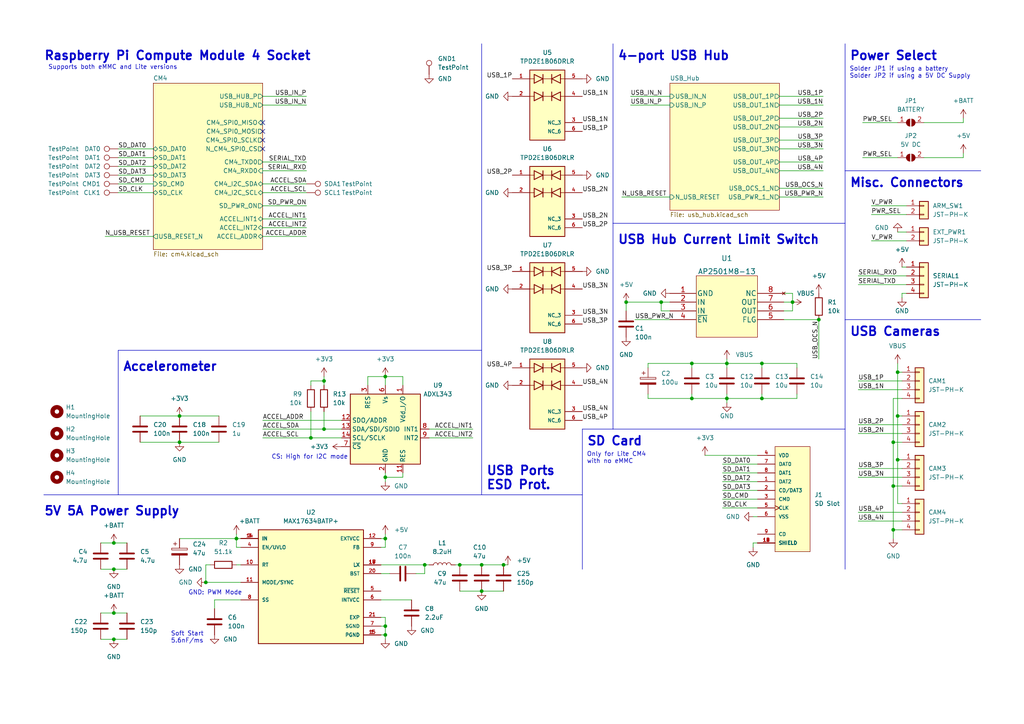
<source format=kicad_sch>
(kicad_sch (version 20211123) (generator eeschema)
  (paper "A4")
  (title_block (title "S.C.R.E.E.M") (date "2022-04-27") (rev "R01") (company "EPFL Rocket Team") (comment 1 "Battery: 7.4V Lithium Battery pack (Li-Po or Li-Ion)") (comment 2 "Cameras: Up to 4 USB cameras") (comment 3 "Compute: RPi Compute Module 4, with WiFi and eMMC") (comment 4 "Supersonic Camera Radio Emission Enhanced Module"))
  (lib_symbols
    (symbol "AP2501M8-13:AP2501M8-13" (pin_names (offset 0.254))
      (property "Reference" "U1" (at 16.51 10.16 0))
      (property "Value" "AP2501M8-13" (at 16.51 6.35 0))
      (symbol "AP2501M8-13_1_1"
        (pin power_in line (at 0 0 0) (length 7.62) (name "GND") (number "1"))
        (pin input line (at 0 -2.54 0) (length 7.62) (name "IN") (number "2"))
        (pin input line (at 0 -5.08 0) (length 7.62) (name "IN") (number "3"))
        (pin input line (at 0 -7.62 0) (length 7.62) (name "~{EN}") (number "4"))
        (pin output line (at 33.02 -7.62 180) (length 7.62) (name "FLG") (number "5"))
        (pin output line (at 33.02 -5.08 180) (length 7.62) (name "OUT") (number "6"))
        (pin output line (at 33.02 -2.54 180) (length 7.62) (name "OUT") (number "7"))
        (pin no_connect line (at 33.02 0 180) (length 7.62) (name "NC") (number "8"))
      )
    )
    (symbol "Connector:TestPoint" (pin_numbers hide) (pin_names (offset 0.762) hide)
      (property "Reference" "TP" (at 0 6.858 0))
      (property "Value" "TestPoint" (at 0 5.08 0))
      (symbol "TestPoint_1_1"
        (pin passive line (at 0 0 90) (length 2.54) (name "1") (number "1"))
      )
    )
    (symbol "Connector_Generic:Conn_01x02" (pin_names (offset 1.016) hide)
      (property "Reference" "J" (at 0 2.54 0))
      (property "Value" "Conn_01x02" (at 0 -5.08 0))
      (symbol "Conn_01x02_1_1"
        (pin passive line (at -5.08 0 0) (length 3.81) (name "Pin_1") (number "1"))
        (pin passive line (at -5.08 -2.54 0) (length 3.81) (name "Pin_2") (number "2"))
      )
    )
    (symbol "Connector_Generic:Conn_01x04" (pin_names (offset 1.016) hide)
      (property "Reference" "J" (at 0 5.08 0))
      (property "Value" "Conn_01x04" (at 0 -7.62 0))
      (symbol "Conn_01x04_1_1"
        (pin passive line (at -5.08 2.54 0) (length 3.81) (name "Pin_1") (number "1"))
        (pin passive line (at -5.08 0 0) (length 3.81) (name "Pin_2") (number "2"))
        (pin passive line (at -5.08 -2.54 0) (length 3.81) (name "Pin_3") (number "3"))
        (pin passive line (at -5.08 -5.08 0) (length 3.81) (name "Pin_4") (number "4"))
      )
    )
    (symbol "Device:C" (pin_numbers hide) (pin_names (offset 0.254))
      (property "Reference" "C" (at 0.635 2.54 0))
      (property "Value" "C" (at 0.635 -2.54 0))
      (symbol "C_1_1"
        (pin passive line (at 0 3.81 270) (length 2.794) (name "~") (number "1"))
        (pin passive line (at 0 -3.81 90) (length 2.794) (name "~") (number "2"))
      )
    )
    (symbol "Device:C_Polarized" (pin_numbers hide) (pin_names (offset 0.254))
      (property "Reference" "C" (at 0.635 2.54 0))
      (property "Value" "C_Polarized" (at 0.635 -2.54 0))
      (symbol "C_Polarized_1_1"
        (pin passive line (at 0 3.81 270) (length 2.794) (name "~") (number "1"))
        (pin passive line (at 0 -3.81 90) (length 2.794) (name "~") (number "2"))
      )
    )
    (symbol "Device:L" (pin_numbers hide) (pin_names (offset 1.016) hide)
      (property "Reference" "L" (at -1.27 0 90))
      (property "Value" "L" (at 1.905 0 90))
      (symbol "L_1_1"
        (pin passive line (at 0 3.81 270) (length 1.27) (name "1") (number "1"))
        (pin passive line (at 0 -3.81 90) (length 1.27) (name "2") (number "2"))
      )
    )
    (symbol "Device:R" (pin_numbers hide) (pin_names (offset 0))
      (property "Reference" "R" (at 2.032 0 90))
      (property "Value" "R" (at 0 0 90))
      (symbol "R_1_1"
        (pin passive line (at 0 3.81 270) (length 1.27) (name "~") (number "1"))
        (pin passive line (at 0 -3.81 90) (length 1.27) (name "~") (number "2"))
      )
    )
    (symbol "Jumper:SolderJumper_2_Open" (pin_names (offset 0) hide)
      (property "Reference" "JP" (at 0 2.032 0))
      (property "Value" "SolderJumper_2_Open" (at 0 -2.54 0))
      (symbol "SolderJumper_2_Open_1_1"
        (pin passive line (at -3.81 0 0) (length 2.54) (name "A") (number "1"))
        (pin passive line (at 3.81 0 180) (length 2.54) (name "B") (number "2"))
      )
    )
    (symbol "MAX17634BATP_:MAX17634BATP+" (pin_names (offset 1.016))
      (property "Reference" "U" (at -15.24 16.002 0))
      (property "Value" "MAX17634BATP+" (at -15.24 -20.32 0))
      (symbol "MAX17634BATP+_0_0"
        (pin power_in line (at 20.32 -15.24 180) (length 5.08) (name "PGND") (number "1"))
        (pin input line (at -20.32 5.08 0) (length 5.08) (name "RT") (number "10"))
        (pin input line (at -20.32 0 0) (length 5.08) (name "MODE/SYNC") (number "11"))
        (pin passive line (at 20.32 12.7 180) (length 5.08) (name "EXTVCC") (number "12"))
        (pin input line (at -20.32 12.7 0) (length 5.08) (name "IN") (number "14"))
        (pin power_in line (at 20.32 -15.24 180) (length 5.08) (name "PGND") (number "15"))
        (pin passive line (at 20.32 5.08 180) (length 5.08) (name "LX") (number "17"))
        (pin passive line (at 20.32 5.08 180) (length 5.08) (name "LX") (number "18"))
        (pin passive line (at 20.32 5.08 180) (length 5.08) (name "LX") (number "19"))
        (pin input line (at -20.32 12.7 0) (length 5.08) (name "IN") (number "2"))
        (pin passive line (at 20.32 2.54 180) (length 5.08) (name "BST") (number "20"))
        (pin power_in line (at 20.32 -10.16 180) (length 5.08) (name "EXP") (number "21"))
        (pin input line (at -20.32 12.7 0) (length 5.08) (name "IN") (number "3"))
        (pin input line (at -20.32 10.16 0) (length 5.08) (name "EN/UVLO") (number "4"))
        (pin output line (at 20.32 -2.54 180) (length 5.08) (name "~{RESET}") (number "5"))
        (pin output line (at 20.32 -5.08 180) (length 5.08) (name "INTVCC") (number "6"))
        (pin power_in line (at 20.32 -12.7 180) (length 5.08) (name "SGND") (number "7"))
        (pin input line (at -20.32 -5.08 0) (length 5.08) (name "SS") (number "8"))
        (pin input line (at 20.32 10.16 180) (length 5.08) (name "FB") (number "9"))
      )
    )
    (symbol "MEM2051-00-195-00-A_REVC:MEM2051-00-195-00-A_REVC" (pin_names (offset 1.016))
      (property "Reference" "J1" (at 16.51 1.2701 0))
      (property "Value" "SD Slot" (at 16.51 -1.2699 0))
      (symbol "MEM2051-00-195-00-A_REVC_0_0"
        (pin bidirectional line (at -5.08 5.08 0) (length 5.08) (name "DAT2") (number "1"))
        (pin passive line (at -5.08 -12.7 0) (length 5.08) (name "SHIELD") (number "10"))
        (pin passive line (at -5.08 -12.7 0) (length 5.08) (name "SHIELD") (number "11"))
        (pin passive line (at -5.08 -12.7 0) (length 5.08) (name "SHIELD") (number "12"))
        (pin passive line (at -5.08 -12.7 0) (length 5.08) (name "SHIELD") (number "13"))
        (pin bidirectional line (at -5.08 2.54 0) (length 5.08) (name "CD/DAT3") (number "2"))
        (pin bidirectional line (at -5.08 0 0) (length 5.08) (name "CMD") (number "3"))
        (pin power_in line (at -5.08 12.7 0) (length 5.08) (name "VDD") (number "4"))
        (pin bidirectional clock (at -5.08 -2.54 0) (length 5.08) (name "CLK") (number "5"))
        (pin power_in line (at -5.08 -5.08 0) (length 5.08) (name "VSS") (number "6"))
        (pin bidirectional line (at -5.08 10.16 0) (length 5.08) (name "DAT0") (number "7"))
        (pin bidirectional line (at -5.08 7.62 0) (length 5.08) (name "DAT1") (number "8"))
        (pin passive line (at -5.08 -10.16 0) (length 5.08) (name "CD") (number "9"))
      )
    )
    (symbol "Mechanical:MountingHole" (pin_names (offset 1.016))
      (property "Reference" "H" (at 0 5.08 0))
      (property "Value" "MountingHole" (at 0 3.175 0))
    )
    (symbol "Sensor_Motion:ADXL343"
      (property "Reference" "U" (at -8.89 11.43 0))
      (property "Value" "ADXL343" (at -7.62 -11.43 0))
      (symbol "ADXL343_1_1"
        (pin power_in line (at 5.08 12.7 270) (length 2.54) (name "Vdd_I/O") (number "1"))
        (pin no_connect line (at -5.08 -10.16 90) (length 2.54) hide (name "NC") (number "10"))
        (pin passive line (at 5.08 -12.7 90) (length 2.54) (name "RES") (number "11"))
        (pin bidirectional line (at -12.7 2.54 0) (length 2.54) (name "SDO/ADDR") (number "12"))
        (pin bidirectional line (at -12.7 0 0) (length 2.54) (name "SDA/SDI/SDIO") (number "13"))
        (pin input line (at -12.7 -2.54 0) (length 2.54) (name "SCL/SCLK") (number "14"))
        (pin power_in line (at 0 -12.7 90) (length 2.54) (name "GND") (number "2"))
        (pin passive line (at -5.08 12.7 270) (length 2.54) (name "RES") (number "3"))
        (pin passive line (at 0 -12.7 90) (length 2.54) hide (name "GND") (number "4"))
        (pin passive line (at 0 -12.7 90) (length 2.54) hide (name "GND") (number "5"))
        (pin power_in line (at 0 12.7 270) (length 2.54) (name "Vs") (number "6"))
        (pin input line (at -12.7 -5.08 0) (length 2.54) (name "~{CS}") (number "7"))
        (pin output line (at 12.7 0 180) (length 2.54) (name "INT1") (number "8"))
        (pin output line (at 12.7 -2.54 180) (length 2.54) (name "INT2") (number "9"))
      )
    )
    (symbol "TPD2E1B06DRLR:TPD2E1B06DRLR" (pin_names (offset 1.016))
      (property "Reference" "U" (at -5.08 11.43 0))
      (property "Value" "TPD2E1B06DRLR" (at -5.08 -12.7 0))
      (symbol "TPD2E1B06DRLR_0_0"
        (pin bidirectional line (at -10.16 7.62 0) (length 5.08) (name "~") (number "1"))
        (pin bidirectional line (at -10.16 2.54 0) (length 5.08) (name "~") (number "2"))
        (pin passive line (at 10.16 -5.08 180) (length 5.08) (name "NC_3") (number "3"))
        (pin bidirectional line (at 10.16 2.54 180) (length 5.08) (name "~") (number "4"))
        (pin bidirectional line (at 10.16 7.62 180) (length 5.08) (name "~") (number "5"))
        (pin passive line (at 10.16 -7.62 180) (length 5.08) (name "NC_6") (number "6"))
      )
    )
    (symbol "power:+3V3" (power) (pin_names (offset 0))
      (property "Value" "+3V3" (at 0 3.556 0))
      (symbol "+3V3_1_1"
        (pin power_in line (at 0 0 90) (length 0) hide (name "+3V3") (number "1"))
      )
    )
    (symbol "power:+5V" (power) (pin_names (offset 0))
      (property "Value" "+5V" (at 0 3.556 0))
      (symbol "+5V_1_1"
        (pin power_in line (at 0 0 90) (length 0) hide (name "+5V") (number "1"))
      )
    )
    (symbol "power:+BATT" (power) (pin_names (offset 0))
      (property "Value" "+BATT" (at 0 3.556 0))
      (symbol "+BATT_1_1"
        (pin power_in line (at 0 0 90) (length 0) hide (name "+BATT") (number "1"))
      )
    )
    (symbol "power:GND" (power) (pin_names (offset 0))
      (property "Value" "GND" (at 0 -3.81 0))
      (symbol "GND_1_1"
        (pin power_in line (at 0 0 270) (length 0) hide (name "GND") (number "1"))
      )
    )
    (symbol "power:VBUS" (power) (pin_names (offset 0))
      (property "Value" "VBUS" (at 0 3.81 0))
      (symbol "VBUS_1_1"
        (pin power_in line (at 0 0 90) (length 0) hide (name "VBUS") (number "1"))
      )
    )
  )
  (junction (at 260.35 120.65))
  (junction (at 68.58 156.21))
  (junction (at 259.08 153.67))
  (junction (at 146.05 163.83))
  (junction (at 111.76 138.43))
  (junction (at 33.02 177.8))
  (junction (at 52.07 120.65))
  (junction (at 191.77 87.63))
  (junction (at 93.98 110.49))
  (junction (at 260.35 107.95))
  (junction (at 181.61 87.63))
  (junction (at 237.49 92.71))
  (junction (at 200.66 115.57))
  (junction (at 59.69 168.91))
  (junction (at 111.76 181.61))
  (junction (at 200.66 105.41))
  (junction (at 210.82 115.57))
  (junction (at 259.08 128.27))
  (junction (at 133.35 163.83))
  (junction (at 220.98 105.41))
  (junction (at 229.87 87.63))
  (junction (at 220.98 115.57))
  (junction (at 93.98 124.46))
  (junction (at 33.02 185.42))
  (junction (at 33.02 165.1))
  (junction (at 111.76 156.21))
  (junction (at 260.35 133.35))
  (junction (at 111.76 109.22))
  (junction (at 259.08 140.97))
  (junction (at 90.17 127))
  (junction (at 52.07 128.27))
  (junction (at 210.82 105.41))
  (junction (at 139.7 171.45))
  (junction (at 111.76 184.15))
  (junction (at 33.02 157.48))
  (junction (at 123.19 163.83))
  (junction (at 139.7 163.83))
  (no_connect (at 76.2 43.18))
  (no_connect (at 76.2 35.56))
  (no_connect (at 76.2 38.1))
  (no_connect (at 76.2 40.64))
  (wire (pts (xy 200.66 114.3) (xy 200.66 115.57)))
  (wire (pts (xy 124.46 124.46) (xy 137.16 124.46)))
  (wire (pts (xy 76.2 66.04) (xy 88.9 66.04)))
  (wire (pts (xy 210.82 115.57) (xy 220.98 115.57)))
  (wire (pts (xy 181.61 90.17) (xy 181.61 87.63)))
  (wire (pts (xy 133.35 163.83) (xy 139.7 163.83)))
  (wire (pts (xy 229.87 87.63) (xy 229.87 90.17)))
  (wire (pts (xy 88.9 68.58) (xy 76.2 68.58)))
  (wire (pts (xy 76.2 59.69) (xy 88.9 59.69)))
  (wire (pts (xy 261.62 86.36) (xy 261.62 85.09)))
  (polyline (pts (xy 177.8 64.77) (xy 245.11 64.77)) (stroke (width 0) (type solid)))
  (wire (pts (xy 110.49 158.75) (xy 111.76 158.75)))
  (wire (pts (xy 226.06 40.64) (xy 238.76 40.64)))
  (wire (pts (xy 30.48 68.58) (xy 44.45 68.58)))
  (wire (pts (xy 260.35 105.41) (xy 260.35 107.95)))
  (wire (pts (xy 120.65 166.37) (xy 123.19 166.37)))
  (wire (pts (xy 231.14 105.41) (xy 231.14 106.68)))
  (wire (pts (xy 133.35 171.45) (xy 139.7 171.45)))
  (wire (pts (xy 124.46 127) (xy 137.16 127)))
  (wire (pts (xy 52.07 128.27) (xy 63.5 128.27)))
  (wire (pts (xy 226.06 34.29) (xy 238.76 34.29)))
  (wire (pts (xy 110.49 173.99) (xy 119.38 173.99)))
  (wire (pts (xy 252.73 69.85) (xy 262.89 69.85)))
  (wire (pts (xy 210.82 104.14) (xy 210.82 105.41)))
  (wire (pts (xy 259.08 128.27) (xy 261.62 128.27)))
  (wire (pts (xy 248.92 125.73) (xy 261.62 125.73)))
  (wire (pts (xy 111.76 138.43) (xy 111.76 139.7)))
  (wire (pts (xy 180.34 57.15) (xy 194.31 57.15)))
  (wire (pts (xy 191.77 90.17) (xy 194.31 90.17)))
  (wire (pts (xy 33.02 157.48) (xy 36.83 157.48)))
  (wire (pts (xy 248.92 80.01) (xy 262.89 80.01)))
  (wire (pts (xy 29.21 157.48) (xy 33.02 157.48)))
  (wire (pts (xy 132.08 163.83) (xy 133.35 163.83)))
  (wire (pts (xy 260.35 107.95) (xy 260.35 120.65)))
  (wire (pts (xy 62.23 173.99) (xy 69.85 173.99)))
  (wire (pts (xy 106.68 109.22) (xy 111.76 109.22)))
  (wire (pts (xy 209.55 139.7) (xy 219.71 139.7)))
  (wire (pts (xy 110.49 163.83) (xy 123.19 163.83)))
  (wire (pts (xy 259.08 156.21) (xy 259.08 153.67)))
  (polyline (pts (xy 177.8 124.46) (xy 177.8 64.77)) (stroke (width 0) (type solid)))
  (wire (pts (xy 88.9 46.99) (xy 76.2 46.99)))
  (wire (pts (xy 250.19 35.56) (xy 260.35 35.56)))
  (wire (pts (xy 220.98 105.41) (xy 231.14 105.41)))
  (polyline (pts (xy 177.8 64.77) (xy 177.8 12.7)) (stroke (width 0) (type solid)))
  (wire (pts (xy 227.33 87.63) (xy 229.87 87.63)))
  (wire (pts (xy 229.87 85.09) (xy 229.87 87.63)))
  (wire (pts (xy 267.97 35.56) (xy 279.4 35.56)))
  (wire (pts (xy 123.19 163.83) (xy 124.46 163.83)))
  (wire (pts (xy 227.33 85.09) (xy 229.87 85.09)))
  (wire (pts (xy 226.06 49.53) (xy 238.76 49.53)))
  (polyline (pts (xy 12.7 143.51) (xy 168.91 143.51)) (stroke (width 0) (type solid)))
  (wire (pts (xy 139.7 171.45) (xy 146.05 171.45)))
  (wire (pts (xy 267.97 45.72) (xy 279.4 45.72)))
  (wire (pts (xy 93.98 110.49) (xy 93.98 111.76)))
  (wire (pts (xy 226.06 54.61) (xy 238.76 54.61)))
  (polyline (pts (xy 168.91 124.46) (xy 168.91 143.51)) (stroke (width 0) (type solid)))
  (wire (pts (xy 248.92 82.55) (xy 262.89 82.55)))
  (wire (pts (xy 210.82 105.41) (xy 220.98 105.41)))
  (wire (pts (xy 90.17 127) (xy 99.06 127)))
  (wire (pts (xy 29.21 165.1) (xy 33.02 165.1)))
  (wire (pts (xy 93.98 119.38) (xy 93.98 124.46)))
  (wire (pts (xy 259.08 115.57) (xy 259.08 128.27)))
  (wire (pts (xy 33.02 177.8) (xy 36.83 177.8)))
  (wire (pts (xy 261.62 115.57) (xy 259.08 115.57)))
  (wire (pts (xy 248.92 151.13) (xy 261.62 151.13)))
  (wire (pts (xy 111.76 184.15) (xy 111.76 185.42)))
  (wire (pts (xy 93.98 110.49) (xy 93.98 109.22)))
  (wire (pts (xy 204.47 132.08) (xy 219.71 132.08)))
  (wire (pts (xy 261.62 146.05) (xy 260.35 146.05)))
  (wire (pts (xy 116.84 138.43) (xy 116.84 137.16)))
  (wire (pts (xy 250.19 45.72) (xy 260.35 45.72)))
  (wire (pts (xy 219.71 157.48) (xy 218.44 157.48)))
  (wire (pts (xy 252.73 62.23) (xy 262.89 62.23)))
  (wire (pts (xy 279.4 35.56) (xy 279.4 34.29)))
  (wire (pts (xy 259.08 140.97) (xy 259.08 153.67)))
  (wire (pts (xy 182.88 27.94) (xy 194.31 27.94)))
  (wire (pts (xy 248.92 113.03) (xy 261.62 113.03)))
  (wire (pts (xy 237.49 92.71) (xy 237.49 104.14)))
  (wire (pts (xy 260.35 133.35) (xy 261.62 133.35)))
  (wire (pts (xy 111.76 181.61) (xy 111.76 184.15)))
  (wire (pts (xy 248.92 135.89) (xy 261.62 135.89)))
  (polyline (pts (xy 245.11 92.71) (xy 245.11 49.53)) (stroke (width 0) (type solid)))
  (wire (pts (xy 111.76 156.21) (xy 111.76 154.94)))
  (wire (pts (xy 226.06 46.99) (xy 238.76 46.99)))
  (wire (pts (xy 90.17 119.38) (xy 90.17 127)))
  (wire (pts (xy 110.49 179.07) (xy 111.76 179.07)))
  (wire (pts (xy 110.49 181.61) (xy 111.76 181.61)))
  (wire (pts (xy 187.96 114.3) (xy 187.96 115.57)))
  (wire (pts (xy 76.2 124.46) (xy 93.98 124.46)))
  (polyline (pts (xy 168.91 124.46) (xy 177.8 124.46)) (stroke (width 0) (type solid)))
  (wire (pts (xy 139.7 163.83) (xy 146.05 163.83)))
  (wire (pts (xy 111.76 137.16) (xy 111.76 138.43)))
  (wire (pts (xy 34.29 55.88) (xy 44.45 55.88)))
  (wire (pts (xy 259.08 128.27) (xy 259.08 140.97)))
  (wire (pts (xy 226.06 30.48) (xy 238.76 30.48)))
  (wire (pts (xy 110.49 166.37) (xy 113.03 166.37)))
  (polyline (pts (xy 245.11 49.53) (xy 284.48 49.53)) (stroke (width 0) (type solid)))
  (polyline (pts (xy 245.11 49.53) (xy 245.11 12.7)) (stroke (width 0) (type solid)))
  (wire (pts (xy 111.76 109.22) (xy 116.84 109.22)))
  (wire (pts (xy 76.2 30.48) (xy 88.9 30.48)))
  (wire (pts (xy 261.62 140.97) (xy 259.08 140.97)))
  (wire (pts (xy 261.62 77.47) (xy 262.89 77.47)))
  (polyline (pts (xy 245.11 92.71) (xy 284.48 92.71)) (stroke (width 0) (type solid)))
  (wire (pts (xy 76.2 63.5) (xy 88.9 63.5)))
  (wire (pts (xy 34.29 53.34) (xy 44.45 53.34)))
  (wire (pts (xy 194.31 92.71) (xy 184.15 92.71)))
  (wire (pts (xy 110.49 156.21) (xy 111.76 156.21)))
  (wire (pts (xy 261.62 85.09) (xy 262.89 85.09)))
  (wire (pts (xy 146.05 163.83) (xy 147.32 163.83)))
  (wire (pts (xy 76.2 27.94) (xy 88.9 27.94)))
  (wire (pts (xy 279.4 45.72) (xy 279.4 44.45)))
  (wire (pts (xy 209.55 144.78) (xy 219.71 144.78)))
  (wire (pts (xy 187.96 115.57) (xy 200.66 115.57)))
  (wire (pts (xy 220.98 115.57) (xy 231.14 115.57)))
  (wire (pts (xy 59.69 168.91) (xy 59.69 163.83)))
  (wire (pts (xy 29.21 177.8) (xy 33.02 177.8)))
  (wire (pts (xy 220.98 105.41) (xy 220.98 106.68)))
  (wire (pts (xy 88.9 55.88) (xy 76.2 55.88)))
  (wire (pts (xy 116.84 111.76) (xy 116.84 109.22)))
  (wire (pts (xy 209.55 134.62) (xy 219.71 134.62)))
  (wire (pts (xy 59.69 168.91) (xy 69.85 168.91)))
  (polyline (pts (xy 139.7 143.51) (xy 139.7 12.7)) (stroke (width 0) (type solid)))
  (wire (pts (xy 106.68 111.76) (xy 106.68 109.22)))
  (wire (pts (xy 181.61 87.63) (xy 191.77 87.63)))
  (wire (pts (xy 248.92 138.43) (xy 261.62 138.43)))
  (polyline (pts (xy 245.11 165.1) (xy 245.11 92.71)) (stroke (width 0) (type solid)))
  (wire (pts (xy 200.66 105.41) (xy 210.82 105.41)))
  (wire (pts (xy 69.85 158.75) (xy 68.58 158.75)))
  (wire (pts (xy 40.64 128.27) (xy 52.07 128.27)))
  (wire (pts (xy 111.76 138.43) (xy 116.84 138.43)))
  (wire (pts (xy 76.2 121.92) (xy 99.06 121.92)))
  (wire (pts (xy 209.55 147.32) (xy 219.71 147.32)))
  (wire (pts (xy 68.58 158.75) (xy 68.58 156.21)))
  (wire (pts (xy 111.76 109.22) (xy 111.76 111.76)))
  (wire (pts (xy 226.06 36.83) (xy 238.76 36.83)))
  (wire (pts (xy 252.73 59.69) (xy 262.89 59.69)))
  (wire (pts (xy 227.33 92.71) (xy 237.49 92.71)))
  (wire (pts (xy 187.96 106.68) (xy 187.96 105.41)))
  (wire (pts (xy 209.55 142.24) (xy 219.71 142.24)))
  (wire (pts (xy 33.02 165.1) (xy 36.83 165.1)))
  (wire (pts (xy 111.76 179.07) (xy 111.76 181.61)))
  (wire (pts (xy 262.89 67.31) (xy 260.35 67.31)))
  (wire (pts (xy 226.06 43.18) (xy 238.76 43.18)))
  (wire (pts (xy 260.35 133.35) (xy 260.35 146.05)))
  (wire (pts (xy 110.49 184.15) (xy 111.76 184.15)))
  (polyline (pts (xy 34.29 101.6) (xy 34.29 143.51)) (stroke (width 0) (type solid)))
  (wire (pts (xy 210.82 105.41) (xy 210.82 106.68)))
  (wire (pts (xy 260.35 120.65) (xy 261.62 120.65)))
  (polyline (pts (xy 177.8 124.46) (xy 245.11 124.46)) (stroke (width 0) (type solid)))
  (wire (pts (xy 52.07 120.65) (xy 63.5 120.65)))
  (wire (pts (xy 218.44 157.48) (xy 218.44 158.75)))
  (wire (pts (xy 229.87 90.17) (xy 227.33 90.17)))
  (polyline (pts (xy 168.91 165.1) (xy 168.91 143.51)) (stroke (width 0) (type solid)))
  (wire (pts (xy 210.82 114.3) (xy 210.82 115.57)))
  (wire (pts (xy 34.29 43.18) (xy 44.45 43.18)))
  (wire (pts (xy 88.9 49.53) (xy 76.2 49.53)))
  (wire (pts (xy 33.02 185.42) (xy 36.83 185.42)))
  (wire (pts (xy 62.23 176.53) (xy 62.23 173.99)))
  (wire (pts (xy 248.92 123.19) (xy 261.62 123.19)))
  (wire (pts (xy 52.07 156.21) (xy 68.58 156.21)))
  (wire (pts (xy 34.29 45.72) (xy 44.45 45.72)))
  (wire (pts (xy 226.06 57.15) (xy 238.76 57.15)))
  (wire (pts (xy 123.19 166.37) (xy 123.19 163.83)))
  (wire (pts (xy 210.82 116.84) (xy 210.82 115.57)))
  (wire (pts (xy 34.29 50.8) (xy 44.45 50.8)))
  (wire (pts (xy 182.88 30.48) (xy 194.31 30.48)))
  (wire (pts (xy 40.64 120.65) (xy 52.07 120.65)))
  (wire (pts (xy 59.69 163.83) (xy 60.96 163.83)))
  (wire (pts (xy 68.58 163.83) (xy 69.85 163.83)))
  (wire (pts (xy 93.98 124.46) (xy 99.06 124.46)))
  (wire (pts (xy 187.96 105.41) (xy 200.66 105.41)))
  (wire (pts (xy 111.76 158.75) (xy 111.76 156.21)))
  (wire (pts (xy 200.66 115.57) (xy 210.82 115.57)))
  (wire (pts (xy 200.66 105.41) (xy 200.66 106.68)))
  (wire (pts (xy 231.14 115.57) (xy 231.14 114.3)))
  (wire (pts (xy 248.92 110.49) (xy 261.62 110.49)))
  (wire (pts (xy 68.58 156.21) (xy 69.85 156.21)))
  (wire (pts (xy 88.9 53.34) (xy 76.2 53.34)))
  (wire (pts (xy 90.17 110.49) (xy 93.98 110.49)))
  (wire (pts (xy 248.92 148.59) (xy 261.62 148.59)))
  (wire (pts (xy 226.06 27.94) (xy 238.76 27.94)))
  (wire (pts (xy 259.08 153.67) (xy 261.62 153.67)))
  (wire (pts (xy 191.77 87.63) (xy 191.77 90.17)))
  (wire (pts (xy 29.21 185.42) (xy 33.02 185.42)))
  (wire (pts (xy 76.2 127) (xy 90.17 127)))
  (wire (pts (xy 260.35 120.65) (xy 260.35 133.35)))
  (wire (pts (xy 68.58 154.94) (xy 68.58 156.21)))
  (wire (pts (xy 209.55 137.16) (xy 219.71 137.16)))
  (wire (pts (xy 218.44 149.86) (xy 219.71 149.86)))
  (wire (pts (xy 194.31 87.63) (xy 191.77 87.63)))
  (polyline (pts (xy 34.29 101.6) (xy 139.7 101.6)) (stroke (width 0) (type solid)))
  (wire (pts (xy 34.29 48.26) (xy 44.45 48.26)))
  (wire (pts (xy 260.35 107.95) (xy 261.62 107.95)))
  (wire (pts (xy 220.98 114.3) (xy 220.98 115.57)))
  (wire (pts (xy 90.17 111.76) (xy 90.17 110.49)))
  (text "Soft Start\n5.6nF/ms" (at 49.53 186.69 0) (effects (font (size 1.27 1.27)) (justify left bottom)))
  (text "GND: PWM Mode" (at 54.61 172.72 0) (effects (font (size 1.27 1.27)) (justify left bottom)))
  (text "4-port USB Hub" (at 179.07 17.78 0) (effects (font (size 2.54 2.54) (thickness 0.508) bold) (justify left bottom)))
  (text "Solder JP1 if using a battery\nSolder JP2 if using a 5V DC Supply" (at 246.38 22.86 0) (effects (font (size 1.27 1.27)) (justify left bottom)))
  (text "CS: High for I2C mode" (at 78.74 133.35 0) (effects (font (size 1.27 1.27)) (justify left bottom)))
  (text " " (at 59.69 49.53 0) (effects (font (size 1.27 1.27)) (justify left bottom)))
  (text "5V 5A Power Supply" (at 12.7 149.86 0) (effects (font (size 2.54 2.54) (thickness 0.508) bold) (justify left bottom)))
  (text "Supports both eMMC and Lite versions" (at 13.97 20.32 0) (effects (font (size 1.27 1.27)) (justify left bottom)))
  (text "USB Cameras" (at 246.38 97.79 0) (effects (font (size 2.54 2.54) (thickness 0.508) bold) (justify left bottom)))
  (text "Power Select\n" (at 246.38 17.78 0) (effects (font (size 2.54 2.54) (thickness 0.508) bold) (justify left bottom)))
  (text "Raspberry Pi Compute Module 4 Socket\n" (at 12.7 17.78 0) (effects (font (size 2.54 2.54) (thickness 0.508) bold) (justify left bottom)))
  (text "Accelerometer" (at 35.56 107.95 0) (effects (font (size 2.54 2.54) (thickness 0.508) bold) (justify left bottom)))
  (text "USB Ports\nESD Prot." (at 140.97 142.24 0) (effects (font (size 2.54 2.54) (thickness 0.508) bold) (justify left bottom)))
  (text "Misc. Connectors" (at 246.38 54.61 0) (effects (font (size 2.54 2.54) (thickness 0.508) bold) (justify left bottom)))
  (text "SD Card" (at 170.18 129.54 0) (effects (font (size 2.54 2.54) (thickness 0.508) bold) (justify left bottom)))
  (text "Only for Lite CM4\nwith no eMMC" (at 170.18 134.62 0) (effects (font (size 1.27 1.27)) (justify left bottom)))
  (text "USB Hub Current Limit Switch" (at 179.07 71.12 0) (effects (font (size 2.54 2.54) (thickness 0.508) bold) (justify left bottom)))
  (label "V_PWR" (at 252.73 59.69 0))
  (label "USB_2P" (at 238.76 34.29 180))
  (label "USB_2N" (at 168.91 63.5 0))
  (label "ACCEL_INT2" (at 137.16 127 180))
  (label "SD_CLK" (at 209.55 147.32 0))
  (label "USB_1P" (at 238.76 27.94 180))
  (label "SERIAL_TXD" (at 248.92 82.55 0))
  (label "ACCEL_INT1" (at 88.9 63.5 180))
  (label "PWR_SEL" (at 250.19 35.56 0))
  (label "USB_3N" (at 168.91 91.44 0))
  (label "USB_3N" (at 248.92 138.43 0))
  (label "USB_3N" (at 238.76 43.18 180))
  (label "SD_CMD" (at 34.29 53.34 0))
  (label "ACCEL_SCL" (at 76.2 127 0))
  (label "USB_1P" (at 248.92 110.49 0))
  (label "SD_DAT3" (at 34.29 50.8 0))
  (label "PWR_SEL" (at 250.19 45.72 0))
  (label "USB_OCS_N" (at 237.49 104.14 90))
  (label "USB_PWR_N" (at 184.15 92.71 0))
  (label "USB_1N" (at 238.76 30.48 180))
  (label "ACCEL_SCL" (at 88.9 55.88 180))
  (label "USB_3P" (at 168.91 93.98 0))
  (label "USB_4P" (at 168.91 121.92 0))
  (label "N_USB_RESET" (at 30.48 68.58 0))
  (label "USB_2P" (at 148.59 50.8 180))
  (label "USB_3N" (at 168.91 83.82 0))
  (label "USB_2N" (at 168.91 55.88 0))
  (label "USB_1N" (at 168.91 27.94 0))
  (label "USB_IN_P" (at 88.9 27.94 180))
  (label "USB_2N" (at 238.76 36.83 180))
  (label "USB_2P" (at 168.91 66.04 0))
  (label "SD_CLK" (at 34.29 55.88 0))
  (label "ACCEL_SDA" (at 76.2 124.46 0))
  (label "USB_3P" (at 248.92 135.89 0))
  (label "ACCEL_INT2" (at 88.9 66.04 180))
  (label "SERIAL_RXD" (at 88.9 49.53 180))
  (label "USB_4P" (at 248.92 148.59 0))
  (label "USB_1N" (at 168.91 35.56 0))
  (label "SERIAL_RXD" (at 248.92 80.01 0))
  (label "USB_4P" (at 238.76 46.99 180))
  (label "SD_DAT2" (at 34.29 48.26 0))
  (label "USB_OCS_N" (at 238.76 54.61 180))
  (label "USB_1N" (at 248.92 113.03 0))
  (label "USB_4P" (at 148.59 106.68 180))
  (label "USB_1P" (at 168.91 38.1 0))
  (label "ACCEL_ADDR" (at 76.2 121.92 0))
  (label "ACCEL_SDA" (at 88.9 53.34 180))
  (label "USB_3P" (at 148.59 78.74 180))
  (label "USB_2N" (at 248.92 125.73 0))
  (label "SD_CMD" (at 209.55 144.78 0))
  (label "SD_DAT0" (at 209.55 134.62 0))
  (label "PWR_SEL" (at 252.73 62.23 0))
  (label "SD_DAT1" (at 209.55 137.16 0))
  (label "USB_1P" (at 148.59 22.86 180))
  (label "SD_DAT0" (at 34.29 43.18 0))
  (label "USB_4N" (at 248.92 151.13 0))
  (label "SERIAL_TXD" (at 88.9 46.99 180))
  (label "SD_DAT2" (at 209.55 139.7 0))
  (label "V_PWR" (at 252.73 69.85 0))
  (label "USB_3P" (at 238.76 40.64 180))
  (label "USB_2P" (at 248.92 123.19 0))
  (label "USB_IN_P" (at 182.88 30.48 0))
  (label "N_USB_RESET" (at 180.34 57.15 0))
  (label "SD_DAT3" (at 209.55 142.24 0))
  (label "USB_4N" (at 168.91 111.76 0))
  (label "USB_IN_N" (at 182.88 27.94 0))
  (label "ACCEL_INT1" (at 137.16 124.46 180))
  (label "SD_DAT1" (at 34.29 45.72 0))
  (label "USB_IN_N" (at 88.9 30.48 180))
  (label "USB_4N" (at 168.91 119.38 0))
  (label "USB_PWR_N" (at 238.76 57.15 180))
  (label "ACCEL_ADDR" (at 88.9 68.58 180))
  (label "SD_PWR_ON" (at 88.9 59.69 180))
  (label "USB_4N" (at 238.76 49.53 180))
  (symbol (lib_id "Device:C") (at 133.35 167.64 180) (unit 1)
    (property "Reference" "C9" (at 129.54 166.3699 0) (effects (justify left)))
    (property "Value" "47u" (at 129.54 168.9099 0) (effects (justify left)))
    (property "Footprint" "Capacitor_SMD:C_1210_3225Metric" (effects hide))
  )
  (symbol (lib_id "power:VBUS") (at 229.87 87.63 270) (unit 1)
    (property "Reference" "#PWR019" (effects hide))
    (property "Value" "VBUS" (at 231.14 85.09 90) (effects (justify left)))
  )
  (symbol (lib_id "power:+BATT") (at 33.02 177.8 0) (unit 1)
    (property "Reference" "#PWR032" (effects hide))
    (property "Value" "+BATT" (at 33.02 172.72 0))
  )
  (symbol (lib_id "Device:C_Polarized") (at 52.07 160.02 0) (unit 1)
    (property "Reference" "C24" (at 55.88 157.8609 0) (effects (justify left)))
    (property "Value" "47u" (at 55.88 160.4009 0) (effects (justify left)))
    (property "Footprint" "Footprints:TAJD476K020RNJ" (effects hide))
  )
  (symbol (lib_id "power:VBUS") (at 210.82 104.14 0) (unit 1)
    (property "Reference" "#PWR015" (effects hide))
    (property "Value" "VBUS" (at 213.36 102.8699 0) (effects (justify left)))
  )
  (symbol (lib_id "power:GND") (at 259.08 156.21 0) (unit 1)
    (property "Reference" "#PWR017" (effects hide))
    (property "Value" "GND" (at 259.08 161.29 0))
  )
  (symbol (lib_id "Mechanical:MountingHole") (at 16.51 138.43 0) (unit 1)
    (property "Reference" "H4" (at 19.05 137.1599 0) (effects (justify left)))
    (property "Value" "MountingHole" (at 19.05 139.6999 0) (effects (justify left)))
    (property "Footprint" "MountingHole:MountingHole_3.2mm_M3_ISO7380_Pad_TopBottom" (effects hide))
  )
  (symbol (lib_id "Connector:TestPoint") (at 88.9 55.88 270) (unit 1)
    (property "Reference" "SCL1" (at 93.98 55.88 90) (effects (justify left)))
    (property "Value" "TestPoint" (at 99.06 55.88 90) (effects (justify left)))
    (property "Footprint" "Connector_Pin:Pin_D1.0mm_L10.0mm" (effects hide))
  )
  (symbol (lib_id "Connector:TestPoint") (at 34.29 43.18 90) (unit 1)
    (property "Reference" "DAT0" (at 29.21 43.18 90) (effects (justify left)))
    (property "Value" "TestPoint" (at 22.86 43.18 90) (effects (justify left)))
    (property "Footprint" "Connector_Pin:Pin_D1.0mm_L10.0mm" (effects hide))
  )
  (symbol (lib_id "Connector:TestPoint") (at 34.29 50.8 90) (unit 1)
    (property "Reference" "DAT3" (at 29.21 50.8 90) (effects (justify left)))
    (property "Value" "TestPoint" (at 22.86 50.8 90) (effects (justify left)))
    (property "Footprint" "Connector_Pin:Pin_D1.0mm_L10.0mm" (effects hide))
  )
  (symbol (lib_id "power:GND") (at 168.91 106.68 90) (unit 1)
    (property "Reference" "#PWR053" (effects hide))
    (property "Value" "GND" (at 172.72 106.6799 90) (effects (justify right)))
  )
  (symbol (lib_id "Device:C") (at 220.98 110.49 0) (unit 1)
    (property "Reference" "C13" (at 224.79 109.2199 0) (effects (justify left)))
    (property "Value" "10u" (at 224.79 111.7599 0) (effects (justify left)))
    (property "Footprint" "Capacitor_SMD:C_0603_1608Metric" (effects hide))
  )
  (symbol (lib_id "power:+BATT") (at 33.02 157.48 0) (unit 1)
    (property "Reference" "#PWR05" (effects hide))
    (property "Value" "+BATT" (at 33.02 152.4 0))
  )
  (symbol (lib_id "power:GND") (at 181.61 97.79 0) (unit 1)
    (property "Reference" "#PWR013" (effects hide))
    (property "Value" "GND" (at 181.61 102.87 0))
  )
  (symbol (lib_id "Device:C") (at 40.64 124.46 0) (unit 1)
    (property "Reference" "C20" (at 44.45 123.1899 0) (effects (justify left)))
    (property "Value" "100n" (at 44.45 125.7299 0) (effects (justify left)))
    (property "Footprint" "Capacitor_SMD:C_0603_1608Metric" (effects hide))
  )
  (symbol (lib_id "power:GND") (at 194.31 85.09 270) (unit 1)
    (property "Reference" "#PWR014" (effects hide))
    (property "Value" "GND" (at 190.5 85.0899 90) (effects (justify right)))
  )
  (symbol (lib_id "power:GND") (at 59.69 168.91 270) (unit 1)
    (property "Reference" "#PWR010" (effects hide))
    (property "Value" "GND" (at 55.88 168.9099 90) (effects (justify right)))
  )
  (symbol (lib_id "power:GND") (at 168.91 22.86 90) (unit 1)
    (property "Reference" "#PWR050" (effects hide))
    (property "Value" "GND" (at 172.72 22.8599 90) (effects (justify right)))
  )
  (symbol (lib_id "Device:C") (at 139.7 167.64 0) (unit 1)
    (property "Reference" "C10" (at 137.16 158.75 0) (effects (justify left)))
    (property "Value" "47u" (at 137.16 161.29 0) (effects (justify left)))
    (property "Footprint" "Capacitor_SMD:C_1210_3225Metric" (effects hide))
  )
  (symbol (lib_id "Connector_Generic:Conn_01x02") (at 267.97 67.31 0) (unit 1)
    (property "Reference" "EXT_PWR1" (at 270.51 67.3099 0) (effects (justify left)))
    (property "Value" "JST-PH-K" (at 270.51 69.8499 0) (effects (justify left)))
    (property "Footprint" "Connector_JST:JST_PH_S2B-PH-K_1x02_P2.00mm_Horizontal" (effects hide))
  )
  (symbol (lib_id "power:GND") (at 52.07 128.27 0) (unit 1)
    (property "Reference" "#PWR058" (effects hide))
    (property "Value" "GND" (at 52.07 133.35 0))
  )
  (symbol (lib_id "power:GND") (at 119.38 181.61 0) (unit 1)
    (property "Reference" "#PWR026" (effects hide))
    (property "Value" "GND" (at 121.92 182.8799 0) (effects (justify left)))
  )
  (symbol (lib_id "power:+5V") (at 147.32 163.83 0) (unit 1)
    (property "Reference" "#PWR028" (effects hide))
    (property "Value" "+5V" (at 149.86 162.5599 0) (effects (justify left)))
  )
  (symbol (lib_id "Connector:TestPoint") (at 124.46 21.59 0) (unit 1)
    (property "Reference" "GND1" (at 127 17.0179 0) (effects (justify left)))
    (property "Value" "TestPoint" (at 127 19.5579 0) (effects (justify left)))
    (property "Footprint" "Connector_Pin:Pin_D1.0mm_L10.0mm" (effects hide))
  )
  (symbol (lib_id "Connector:TestPoint") (at 88.9 53.34 270) (unit 1)
    (property "Reference" "SDA1" (at 93.98 53.34 90) (effects (justify left)))
    (property "Value" "TestPoint" (at 99.06 53.34 90) (effects (justify left)))
    (property "Footprint" "Connector_Pin:Pin_D1.0mm_L10.0mm" (effects hide))
  )
  (symbol (lib_id "power:GND") (at 124.46 21.59 0) (unit 1)
    (property "Reference" "#PWR066" (effects hide))
    (property "Value" "GND" (at 127 22.8599 0) (effects (justify left)))
  )
  (symbol (lib_id "TPD2E1B06DRLR:TPD2E1B06DRLR") (at 158.75 58.42 0) (unit 1)
    (property "Reference" "U6" (at 158.75 43.18 0))
    (property "Value" "TPD2E1B06DRLR" (at 158.75 45.72 0))
    (property "Footprint" "Footprints:SOTFL50P160X60-6N" (effects hide))
    (property "STANDARD" "IPC 7351B" (effects hide))
    (property "PARTREV" "D" (effects hide))
    (property "MANUFACTURER" "Texas Instruments" (effects hide))
    (property "MAXIMUM_PACKAGE_HEIGHT" "0.6mm" (effects hide))
  )
  (symbol (lib_id "Connector_Generic:Conn_01x04") (at 266.7 110.49 0) (unit 1)
    (property "Reference" "CAM1" (at 269.24 110.4899 0) (effects (justify left)))
    (property "Value" "JST-PH-K" (at 269.24 113.0299 0) (effects (justify left)))
    (property "Footprint" "Connector_JST:JST_PH_S4B-PH-K_1x04_P2.00mm_Horizontal" (effects hide))
  )
  (symbol (lib_id "power:GND") (at 218.44 149.86 270) (unit 1)
    (property "Reference" "#PWR0103" (effects hide))
    (property "Value" "GND" (at 214.63 149.8599 90) (effects (justify right)))
  )
  (symbol (lib_id "TPD2E1B06DRLR:TPD2E1B06DRLR") (at 158.75 114.3 0) (unit 1)
    (property "Reference" "U8" (at 158.75 99.06 0))
    (property "Value" "TPD2E1B06DRLR" (at 158.75 101.6 0))
    (property "Footprint" "Footprints:SOTFL50P160X60-6N" (effects hide))
    (property "STANDARD" "IPC 7351B" (effects hide))
    (property "PARTREV" "D" (effects hide))
    (property "MANUFACTURER" "Texas Instruments" (effects hide))
    (property "MAXIMUM_PACKAGE_HEIGHT" "0.6mm" (effects hide))
  )
  (symbol (lib_id "Device:L") (at 128.27 163.83 90) (unit 1)
    (property "Reference" "L1" (at 128.27 157.48 90))
    (property "Value" "8.2uH" (at 128.27 160.02 90))
    (property "Footprint" "Footprints:SRP6060FA-8R2M" (effects hide))
  )
  (symbol (lib_id "power:GND") (at 168.91 50.8 90) (unit 1)
    (property "Reference" "#PWR051" (effects hide))
    (property "Value" "GND" (at 172.72 50.7999 90) (effects (justify right)))
  )
  (symbol (lib_id "power:GND") (at 33.02 165.1 0) (unit 1)
    (property "Reference" "#PWR09" (effects hide))
    (property "Value" "GND" (at 33.02 170.18 0))
  )
  (symbol (lib_id "power:+3V3") (at 204.47 132.08 0) (unit 1)
    (property "Reference" "#PWR0106" (effects hide))
    (property "Value" "+3V3" (at 204.47 127 0))
  )
  (symbol (lib_id "power:GND") (at 168.91 78.74 90) (unit 1)
    (property "Reference" "#PWR052" (effects hide))
    (property "Value" "GND" (at 172.72 78.7399 90) (effects (justify right)))
  )
  (symbol (lib_id "Jumper:SolderJumper_2_Open") (at 264.16 35.56 0) (unit 1)
    (property "Reference" "JP1" (at 264.16 29.21 0))
    (property "Value" "BATTERY" (at 264.16 31.75 0))
    (property "Footprint" "Jumper:SolderJumper-2_P1.3mm_Open_TrianglePad1.0x1.5mm" (effects hide))
  )
  (symbol (lib_id "Device:C") (at 231.14 110.49 0) (unit 1)
    (property "Reference" "C14" (at 234.95 109.2199 0) (effects (justify left)))
    (property "Value" "10u" (at 234.95 111.7599 0) (effects (justify left)))
    (property "Footprint" "Capacitor_SMD:C_0603_1608Metric" (effects hide))
  )
  (symbol (lib_id "Device:C") (at 181.61 93.98 0) (unit 1)
    (property "Reference" "C1" (at 184.15 95.25 0) (effects (justify left)))
    (property "Value" "100n" (at 184.15 97.79 0) (effects (justify left)))
    (property "Footprint" "Capacitor_SMD:C_0603_1608Metric" (effects hide))
  )
  (symbol (lib_id "power:+3V3") (at 99.06 129.54 90) (unit 1)
    (property "Reference" "#PWR059" (effects hide))
    (property "Value" "+3V3" (at 95.25 129.5399 90) (effects (justify left)))
  )
  (symbol (lib_id "power:+3V3") (at 111.76 109.22 0) (unit 1)
    (property "Reference" "#PWR060" (effects hide))
    (property "Value" "+3V3" (at 111.76 104.14 0))
  )
  (symbol (lib_id "Connector:TestPoint") (at 34.29 53.34 90) (unit 1)
    (property "Reference" "CMD1" (at 29.21 53.34 90) (effects (justify left)))
    (property "Value" "TestPoint" (at 22.86 53.34 90) (effects (justify left)))
    (property "Footprint" "Connector_Pin:Pin_D1.0mm_L10.0mm" (effects hide))
  )
  (symbol (lib_id "Device:C") (at 52.07 124.46 0) (unit 1)
    (property "Reference" "C18" (at 55.88 123.1899 0) (effects (justify left)))
    (property "Value" "100n" (at 55.88 125.7299 0) (effects (justify left)))
    (property "Footprint" "Capacitor_SMD:C_0603_1608Metric" (effects hide))
  )
  (symbol (lib_id "power:+BATT") (at 279.4 34.29 0) (unit 1)
    (property "Reference" "#PWR029" (effects hide))
    (property "Value" "+BATT" (at 279.4 29.21 0))
  )
  (symbol (lib_id "power:GND") (at 111.76 185.42 0) (unit 1)
    (property "Reference" "#PWR025" (effects hide))
    (property "Value" "GND" (at 114.3 186.6899 0) (effects (justify left)))
  )
  (symbol (lib_id "Device:C") (at 36.83 181.61 180) (unit 1)
    (property "Reference" "C23" (at 40.64 180.3399 0) (effects (justify right)))
    (property "Value" "150p" (at 40.64 182.8799 0) (effects (justify right)))
    (property "Footprint" "Capacitor_SMD:C_0603_1608Metric" (effects hide))
  )
  (symbol (lib_id "power:GND") (at 111.76 139.7 0) (unit 1)
    (property "Reference" "#PWR061" (effects hide))
    (property "Value" "GND" (at 114.3 140.9699 0) (effects (justify left)))
  )
  (symbol (lib_id "power:+BATT") (at 68.58 154.94 0) (unit 1)
    (property "Reference" "#PWR023" (effects hide))
    (property "Value" "+BATT" (at 72.39 151.13 0))
  )
  (symbol (lib_id "Connector_Generic:Conn_01x04") (at 266.7 148.59 0) (unit 1)
    (property "Reference" "CAM4" (at 269.24 148.5899 0) (effects (justify left)))
    (property "Value" "JST-PH-K" (at 269.24 151.1299 0) (effects (justify left)))
    (property "Footprint" "Connector_JST:JST_PH_S4B-PH-K_1x04_P2.00mm_Horizontal" (effects hide))
  )
  (symbol (lib_id "power:GND") (at 148.59 83.82 270) (unit 1)
    (property "Reference" "#PWR048" (effects hide))
    (property "Value" "GND" (at 144.78 83.8199 90) (effects (justify right)))
  )
  (symbol (lib_id "Device:C") (at 119.38 177.8 180) (unit 1)
    (property "Reference" "C8" (at 123.19 176.5299 0) (effects (justify right)))
    (property "Value" "2.2uF" (at 123.19 179.0699 0) (effects (justify right)))
    (property "Footprint" "Capacitor_SMD:C_0603_1608Metric" (effects hide))
  )
  (symbol (lib_id "power:+5V") (at 111.76 154.94 0) (unit 1)
    (property "Reference" "#PWR024" (effects hide))
    (property "Value" "+5V" (at 114.3 153.6699 0) (effects (justify left)))
  )
  (symbol (lib_id "Connector:TestPoint") (at 34.29 45.72 90) (unit 1)
    (property "Reference" "DAT1" (at 29.21 45.72 90) (effects (justify left)))
    (property "Value" "TestPoint" (at 22.86 45.72 90) (effects (justify left)))
    (property "Footprint" "Connector_Pin:Pin_D1.0mm_L10.0mm" (effects hide))
  )
  (symbol (lib_id "Device:R") (at 237.49 88.9 0) (unit 1)
    (property "Reference" "R1" (at 240.03 87.6299 0) (effects (justify left)))
    (property "Value" "10k" (at 240.03 90.1699 0) (effects (justify left)))
    (property "Footprint" "Resistor_SMD:R_0603_1608Metric" (effects hide))
  )
  (symbol (lib_id "Device:R") (at 93.98 115.57 0) (unit 1)
    (property "Reference" "R13" (at 96.52 114.2999 0) (effects (justify left)))
    (property "Value" "10k" (at 96.52 116.8399 0) (effects (justify left)))
    (property "Footprint" "Resistor_SMD:R_0603_1608Metric" (effects hide))
  )
  (symbol (lib_id "power:+3V3") (at 93.98 109.22 0) (unit 1)
    (property "Reference" "#PWR064" (effects hide))
    (property "Value" "+3V3" (at 93.98 104.14 0))
  )
  (symbol (lib_id "Device:C") (at 29.21 161.29 180) (unit 1)
    (property "Reference" "C4" (at 25.4 160.0199 0) (effects (justify left)))
    (property "Value" "4.7u" (at 25.4 162.5599 0) (effects (justify left)))
    (property "Footprint" "Capacitor_SMD:C_1206_3216Metric" (effects hide))
  )
  (symbol (lib_id "power:GND") (at 218.44 158.75 0) (unit 1)
    (property "Reference" "#PWR0117" (effects hide))
    (property "Value" "GND" (at 218.44 163.83 0))
  )
  (symbol (lib_id "power:+5V") (at 279.4 44.45 0) (unit 1)
    (property "Reference" "#PWR030" (effects hide))
    (property "Value" "+5V" (at 279.4 39.37 0))
  )
  (symbol (lib_id "Device:C") (at 200.66 110.49 0) (unit 1)
    (property "Reference" "C3" (at 204.47 109.2199 0) (effects (justify left)))
    (property "Value" "10u" (at 204.47 111.7599 0) (effects (justify left)))
    (property "Footprint" "Capacitor_SMD:C_0603_1608Metric" (effects hide))
  )
  (symbol (lib_id "power:GND") (at 62.23 184.15 0) (unit 1)
    (property "Reference" "#PWR022" (effects hide))
    (property "Value" "GND" (at 64.77 185.4199 0) (effects (justify left)))
  )
  (symbol (lib_id "Jumper:SolderJumper_2_Open") (at 264.16 45.72 0) (unit 1)
    (property "Reference" "JP2" (at 264.16 39.37 0))
    (property "Value" "5V DC" (at 264.16 41.91 0))
    (property "Footprint" "Jumper:SolderJumper-2_P1.3mm_Open_TrianglePad1.0x1.5mm" (effects hide))
  )
  (symbol (lib_id "power:VBUS") (at 260.35 105.41 0) (unit 1)
    (property "Reference" "#PWR018" (effects hide))
    (property "Value" "VBUS" (at 260.35 100.33 0))
  )
  (symbol (lib_id "AP2501M8-13:AP2501M8-13") (at 194.31 85.09 0) (unit 1)
    (property "Reference" "U1" (at 210.82 74.93 0) (effects (font (size 1.524 1.524))))
    (property "Value" "AP2501M8-13" (at 210.82 78.74 0) (effects (font (size 1.524 1.524))))
    (property "Footprint" "Footprints:AP2501M8-13" (effects hide))
  )
  (symbol (lib_id "Connector_Generic:Conn_01x04") (at 267.97 80.01 0) (unit 1)
    (property "Reference" "SERIAL1" (at 270.51 80.0099 0) (effects (justify left)))
    (property "Value" "JST-PH-K" (at 270.51 82.5499 0) (effects (justify left)))
    (property "Footprint" "Connector_JST:JST_PH_S4B-PH-K_1x04_P2.00mm_Horizontal" (effects hide))
  )
  (symbol (lib_id "power:+5V") (at 181.61 87.63 0) (unit 1)
    (property "Reference" "#PWR012" (effects hide))
    (property "Value" "+5V" (at 181.61 82.55 0))
  )
  (symbol (lib_id "Device:C_Polarized") (at 187.96 110.49 0) (unit 1)
    (property "Reference" "C2" (at 191.77 108.3309 0) (effects (justify left)))
    (property "Value" "100u" (at 191.77 110.8709 0) (effects (justify left)))
    (property "Footprint" "Capacitor_SMD:C_1206_3216Metric" (effects hide))
  )
  (symbol (lib_id "power:GND") (at 139.7 171.45 0) (unit 1)
    (property "Reference" "#PWR027" (effects hide))
    (property "Value" "GND" (at 139.7 176.53 0))
  )
  (symbol (lib_id "Device:R") (at 64.77 163.83 90) (unit 1)
    (property "Reference" "R2" (at 64.77 157.48 90))
    (property "Value" "51.1k" (at 64.77 160.02 90))
    (property "Footprint" "Resistor_SMD:R_0603_1608Metric" (effects hide))
  )
  (symbol (lib_id "power:GND") (at 52.07 163.83 0) (unit 1)
    (property "Reference" "#PWR068" (effects hide))
    (property "Value" "GND" (at 54.61 165.0999 0) (effects (justify left)))
  )
  (symbol (lib_id "power:GND") (at 260.35 67.31 180) (unit 1)
    (property "Reference" "#PWR0104" (effects hide))
    (property "Value" "GND" (at 257.81 66.0399 0) (effects (justify left)))
  )
  (symbol (lib_id "Mechanical:MountingHole") (at 16.51 125.73 0) (unit 1)
    (property "Reference" "H2" (at 19.05 124.4599 0) (effects (justify left)))
    (property "Value" "MountingHole" (at 19.05 126.9999 0) (effects (justify left)))
    (property "Footprint" "MountingHole:MountingHole_3.2mm_M3_ISO7380_Pad_TopBottom" (effects hide))
  )
  (symbol (lib_id "Device:C") (at 116.84 166.37 270) (unit 1)
    (property "Reference" "C7" (at 116.84 158.75 90))
    (property "Value" "100n" (at 116.84 161.29 90))
    (property "Footprint" "Capacitor_SMD:C_0603_1608Metric" (effects hide))
  )
  (symbol (lib_id "Mechanical:MountingHole") (at 16.51 119.38 0) (unit 1)
    (property "Reference" "H1" (at 19.05 118.1099 0) (effects (justify left)))
    (property "Value" "MountingHole" (at 19.05 120.6499 0) (effects (justify left)))
    (property "Footprint" "MountingHole:MountingHole_3.2mm_M3_ISO7380_Pad_TopBottom" (effects hide))
  )
  (symbol (lib_id "MAX17634BATP_:MAX17634BATP+") (at 90.17 168.91 0) (unit 1)
    (property "Reference" "U2" (at 90.17 148.59 0))
    (property "Value" "MAX17634BATP+" (at 90.17 151.13 0))
    (property "Footprint" "Footprints:QFN50P400X400X80-21N" (effects hide))
    (property "E2_NOM" "2.9" (effects hide))
    (property "A_MAX" "0.8" (effects hide))
    (property "B_MIN" "0.2" (effects hide))
    (property "ENOM" "0.5" (effects hide))
    (property "D_NOM" "4.0" (effects hide))
    (property "STANDARD" "IPC 7351B" (effects hide))
    (property "B_NOM" "0.25" (effects hide))
    (property "L_MIN" "0.25" (effects hide))
    (property "E_MAX" "4.1" (effects hide))
    (property "PARTREV" "Rev 0; 6/19" (effects hide))
    (property "D2_NOM" "2.9" (effects hide))
    (property "D_MIN" "3.9" (effects hide))
    (property "E_NOM" "4.0" (effects hide))
    (property "D_MAX" "4.1" (effects hide))
    (property "PIN_COUNT_D" "5.0" (effects hide))
    (property "PIN_COUNT_E" "5.0" (effects hide))
    (property "E_MIN" "3.9" (effects hide))
    (property "L_MAX" "0.35" (effects hide))
    (property "B_MAX" "0.3" (effects hide))
    (property "L_NOM" "0.3" (effects hide))
    (property "MANUFACTURER" "Maxim Integrated" (effects hide))
  )
  (symbol (lib_id "Device:C") (at 210.82 110.49 0) (unit 1)
    (property "Reference" "C12" (at 214.63 109.2199 0) (effects (justify left)))
    (property "Value" "10u" (at 214.63 111.7599 0) (effects (justify left)))
    (property "Footprint" "Capacitor_SMD:C_0603_1608Metric" (effects hide))
  )
  (symbol (lib_id "power:+5V") (at 237.49 85.09 0) (unit 1)
    (property "Reference" "#PWR065" (effects hide))
    (property "Value" "+5V" (at 237.49 80.01 0))
  )
  (symbol (lib_id "Device:C") (at 36.83 161.29 180) (unit 1)
    (property "Reference" "C5" (at 40.64 160.0199 0) (effects (justify right)))
    (property "Value" "4.7u" (at 40.64 162.5599 0) (effects (justify right)))
    (property "Footprint" "Capacitor_SMD:C_1206_3216Metric" (effects hide))
  )
  (symbol (lib_id "TPD2E1B06DRLR:TPD2E1B06DRLR") (at 158.75 30.48 0) (unit 1)
    (property "Reference" "U5" (at 158.75 15.24 0))
    (property "Value" "TPD2E1B06DRLR" (at 158.75 17.78 0))
    (property "Footprint" "Footprints:SOTFL50P160X60-6N" (effects hide))
    (property "STANDARD" "IPC 7351B" (effects hide))
    (property "PARTREV" "D" (effects hide))
    (property "MANUFACTURER" "Texas Instruments" (effects hide))
    (property "MAXIMUM_PACKAGE_HEIGHT" "0.6mm" (effects hide))
  )
  (symbol (lib_id "Device:R") (at 90.17 115.57 0) (unit 1)
    (property "Reference" "R9" (at 87.63 114.2999 0) (effects (justify right)))
    (property "Value" "10k" (at 87.63 116.8399 0) (effects (justify right)))
    (property "Footprint" "Resistor_SMD:R_0603_1608Metric" (effects hide))
  )
  (symbol (lib_id "MEM2051-00-195-00-A_REVC:MEM2051-00-195-00-A_REVC") (at 224.79 144.78 0) (unit 1)
    (property "Reference" "J1" (at 236.22 143.5099 0) (effects (justify left)))
    (property "Value" "SD Slot" (at 236.22 146.0499 0) (effects (justify left)))
    (property "Footprint" "Footprints:GCT_MEM2051-00-195-00-A_REVC" (effects hide))
    (property "MANUFACTURER" "GCT" (effects hide))
  )
  (symbol (lib_id "Connector_Generic:Conn_01x02") (at 267.97 59.69 0) (unit 1)
    (property "Reference" "ARM_SW1" (at 270.51 59.6899 0) (effects (justify left)))
    (property "Value" "JST-PH-K" (at 270.51 62.2299 0) (effects (justify left)))
    (property "Footprint" "Connector_JST:JST_PH_S2B-PH-K_1x02_P2.00mm_Horizontal" (effects hide))
  )
  (symbol (lib_id "Mechanical:MountingHole") (at 16.51 132.08 0) (unit 1)
    (property "Reference" "H3" (at 19.05 130.8099 0) (effects (justify left)))
    (property "Value" "MountingHole" (at 19.05 133.3499 0) (effects (justify left)))
    (property "Footprint" "MountingHole:MountingHole_3.2mm_M3_ISO7380_Pad_TopBottom" (effects hide))
  )
  (symbol (lib_id "Connector_Generic:Conn_01x04") (at 266.7 123.19 0) (unit 1)
    (property "Reference" "CAM2" (at 269.24 123.1899 0) (effects (justify left)))
    (property "Value" "JST-PH-K" (at 269.24 125.7299 0) (effects (justify left)))
    (property "Footprint" "Connector_JST:JST_PH_S4B-PH-K_1x04_P2.00mm_Horizontal" (effects hide))
  )
  (symbol (lib_id "Sensor_Motion:ADXL343") (at 111.76 124.46 0) (unit 1)
    (property "Reference" "U9" (at 127 111.76 0))
    (property "Value" "ADXL343" (at 127 114.3 0))
    (property "Footprint" "Package_LGA:LGA-14_3x5mm_P0.8mm_LayoutBorder1x6y" (effects hide))
    (property "Datasheet" "https://www.analog.com/media/en/technical-documentation/data-sheets/ADXL343.pdf" (effects hide))
  )
  (symbol (lib_id "power:+5V") (at 261.62 77.47 0) (unit 1)
    (property "Reference" "#PWR054" (effects hide))
    (property "Value" "+5V" (at 261.62 72.39 0))
  )
  (symbol (lib_id "Device:C") (at 62.23 180.34 180) (unit 1)
    (property "Reference" "C6" (at 66.04 179.0699 0) (effects (justify right)))
    (property "Value" "100n" (at 66.04 181.6099 0) (effects (justify right)))
    (property "Footprint" "Capacitor_SMD:C_0603_1608Metric" (effects hide))
  )
  (symbol (lib_id "power:GND") (at 148.59 27.94 270) (unit 1)
    (property "Reference" "#PWR046" (effects hide))
    (property "Value" "GND" (at 144.78 27.9399 90) (effects (justify right)))
  )
  (symbol (lib_id "TPD2E1B06DRLR:TPD2E1B06DRLR") (at 158.75 86.36 0) (unit 1)
    (property "Reference" "U7" (at 158.75 71.12 0))
    (property "Value" "TPD2E1B06DRLR" (at 158.75 73.66 0))
    (property "Footprint" "Footprints:SOTFL50P160X60-6N" (effects hide))
    (property "STANDARD" "IPC 7351B" (effects hide))
    (property "PARTREV" "D" (effects hide))
    (property "MANUFACTURER" "Texas Instruments" (effects hide))
    (property "MAXIMUM_PACKAGE_HEIGHT" "0.6mm" (effects hide))
  )
  (symbol (lib_id "power:GND") (at 210.82 116.84 0) (unit 1)
    (property "Reference" "#PWR016" (effects hide))
    (property "Value" "GND" (at 210.82 120.65 0))
  )
  (symbol (lib_id "Device:C") (at 29.21 181.61 180) (unit 1)
    (property "Reference" "C22" (at 25.4 180.3399 0) (effects (justify left)))
    (property "Value" "150p" (at 25.4 182.8799 0) (effects (justify left)))
    (property "Footprint" "Capacitor_SMD:C_0603_1608Metric" (effects hide))
  )
  (symbol (lib_id "power:+3V3") (at 52.07 120.65 0) (unit 1)
    (property "Reference" "#PWR057" (effects hide))
    (property "Value" "+3V3" (at 52.07 115.57 0))
  )
  (symbol (lib_id "Connector:TestPoint") (at 34.29 55.88 90) (unit 1)
    (property "Reference" "CLK1" (at 29.21 55.88 90) (effects (justify left)))
    (property "Value" "TestPoint" (at 22.86 55.88 90) (effects (justify left)))
    (property "Footprint" "Connector_Pin:Pin_D1.0mm_L10.0mm" (effects hide))
  )
  (symbol (lib_id "power:GND") (at 148.59 111.76 270) (unit 1)
    (property "Reference" "#PWR049" (effects hide))
    (property "Value" "GND" (at 144.78 111.7599 90) (effects (justify right)))
  )
  (symbol (lib_id "Device:C") (at 146.05 167.64 180) (unit 1)
    (property "Reference" "C25" (at 149.86 166.3699 0) (effects (justify right)))
    (property "Value" "150p" (at 149.86 168.9099 0) (effects (justify right)))
    (property "Footprint" "Capacitor_SMD:C_0603_1608Metric" (effects hide))
  )
  (symbol (lib_id "power:GND") (at 261.62 86.36 0) (unit 1)
    (property "Reference" "#PWR0101" (effects hide))
    (property "Value" "GND" (at 261.62 90.17 0))
  )
  (symbol (lib_id "Connector_Generic:Conn_01x04") (at 266.7 135.89 0) (unit 1)
    (property "Reference" "CAM3" (at 269.24 135.8899 0) (effects (justify left)))
    (property "Value" "JST-PH-K" (at 269.24 138.4299 0) (effects (justify left)))
    (property "Footprint" "Connector_JST:JST_PH_S4B-PH-K_1x04_P2.00mm_Horizontal" (effects hide))
  )
  (symbol (lib_id "power:GND") (at 148.59 55.88 270) (unit 1)
    (property "Reference" "#PWR047" (effects hide))
    (property "Value" "GND" (at 144.78 55.8799 90) (effects (justify right)))
  )
  (symbol (lib_id "power:GND") (at 33.02 185.42 0) (unit 1)
    (property "Reference" "#PWR067" (effects hide))
    (property "Value" "GND" (at 33.02 190.5 0))
  )
  (symbol (lib_id "Device:C") (at 63.5 124.46 0) (unit 1)
    (property "Reference" "C19" (at 67.31 123.1899 0) (effects (justify left)))
    (property "Value" "1u" (at 67.31 125.7299 0) (effects (justify left)))
    (property "Footprint" "Capacitor_SMD:C_1206_3216Metric" (effects hide))
  )
  (symbol (lib_id "Connector:TestPoint") (at 34.29 48.26 90) (unit 1)
    (property "Reference" "DAT2" (at 29.21 48.26 90) (effects (justify left)))
    (property "Value" "TestPoint" (at 22.86 48.26 90) (effects (justify left)))
    (property "Footprint" "Connector_Pin:Pin_D1.0mm_L10.0mm" (effects hide))
  )
  (sheet (at 194.31 24.13) (size 31.75 36.83) (stroke (width 0.1524)) (fill (color 255 255 194 1.0000))
    (property "Sheet name" "USB_Hub" (at 194.31 23.4184 0) (effects (justify left bottom)))
    (property "Sheet file" "usb_hub.kicad_sch" (at 194.31 61.5446 0) (effects (justify left top)))
    (pin "USB_OUT_2P" output (at 226.06 34.29 0))
    (pin "USB_OUT_1P" output (at 226.06 27.94 0))
    (pin "USB_OUT_1N" output (at 226.06 30.48 0))
    (pin "USB_IN_N" input (at 194.31 27.94 180))
    (pin "USB_IN_P" input (at 194.31 30.48 180))
    (pin "USB_OUT_4N" output (at 226.06 49.53 0))
    (pin "USB_OUT_4P" output (at 226.06 46.99 0))
    (pin "USB_OUT_3N" output (at 226.06 43.18 0))
    (pin "USB_OUT_2N" output (at 226.06 36.83 0))
    (pin "USB_OUT_3P" output (at 226.06 40.64 0))
    (pin "N_USB_RESET" input (at 194.31 57.15 180))
    (pin "USB_OCS_1_N" output (at 226.06 54.61 0))
    (pin "USB_PWR_1_N" output (at 226.06 57.15 0))
  )
  (sheet (at 44.45 24.13) (size 31.75 48.26) (stroke (width 0.1524)) (fill (color 255 255 194 1.0000))
    (property "Sheet name" "CM4" (at 44.45 23.4184 0) (effects (justify left bottom)))
    (property "Sheet file" "cm4.kicad_sch" (at 44.45 72.9746 0) (effects (justify left top)))
    (pin "SD_CMD" input (at 44.45 53.34 180))
    (pin "SD_CLK" bidirectional (at 44.45 55.88 180))
    (pin "SD_DAT0" bidirectional (at 44.45 43.18 180))
    (pin "SD_DAT2" bidirectional (at 44.45 48.26 180))
    (pin "SD_DAT3" bidirectional (at 44.45 50.8 180))
    (pin "SD_DAT1" bidirectional (at 44.45 45.72 180))
    (pin "USB_HUB_P" output (at 76.2 27.94 0))
    (pin "USB_HUB_N" output (at 76.2 30.48 0))
    (pin "CM4_RXD0" input (at 76.2 49.53 0))
    (pin "N_CM4_SPI0_CS" output (at 76.2 43.18 0))
    (pin "CM4_I2C_SDA" bidirectional (at 76.2 53.34 0))
    (pin "CM4_I2C_SCL" bidirectional (at 76.2 55.88 0))
    (pin "CM4_SPI0_MISO" input (at 76.2 35.56 0))
    (pin "CM4_SPI0_MOSI" output (at 76.2 38.1 0))
    (pin "CM4_SPI0_SCLK" output (at 76.2 40.64 0))
    (pin "CM4_TXD0" output (at 76.2 46.99 0))
    (pin "SD_PWR_ON" output (at 76.2 59.69 0))
    (pin "ACCEL_INT1" bidirectional (at 76.2 63.5 0))
    (pin "ACCEL_ADDR" bidirectional (at 76.2 68.58 0))
    (pin "ACCEL_INT2" bidirectional (at 76.2 66.04 0))
    (pin "USB_RESET_N" output (at 44.45 68.58 180))
  )
)
</source>
